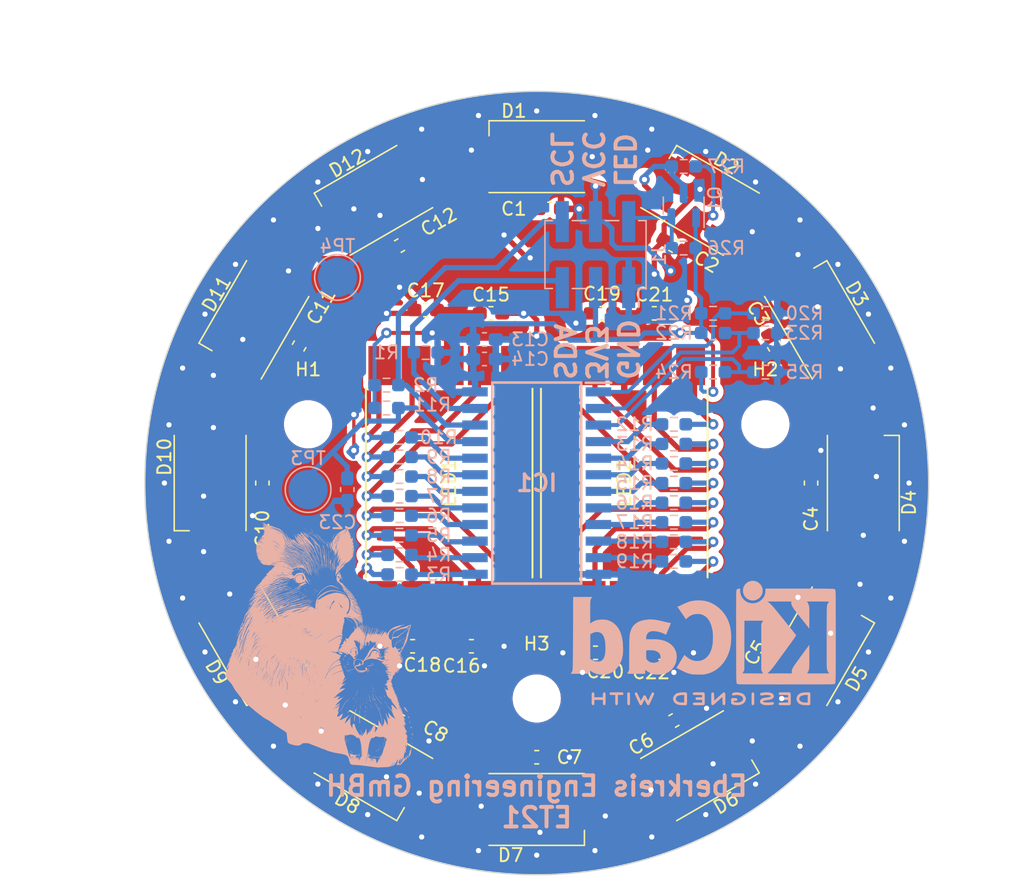
<source format=kicad_pcb>
(kicad_pcb (version 20221018) (generator pcbnew)
  (title_block (title "LED Ring") (date "2024-03-28") (rev "A") (company "Eberkreis Engineering") (comment 1 "Frackstock"))
  (layers (0 "F.Cu" signal) (31 "B.Cu" signal) (34 "B.Paste" user) (35 "F.Paste" user) (36 "B.SilkS" user "B.Silkscreen") (37 "F.SilkS" user "F.Silkscreen") (38 "B.Mask" user) (39 "F.Mask" user) (44 "Edge.Cuts" user))
  (net 0 "")
  (net 1 "GND")
  (net 2 "/LED_DI")
  (net 3 "Net-(D1-DIN)")
  (net 4 "Net-(D2-DOUT)")
  (net 5 "Net-(D3-DOUT)")
  (net 6 "Net-(D4-DOUT)")
  (net 7 "Net-(D5-DOUT)")
  (net 8 "Net-(D6-DOUT)")
  (net 9 "Net-(D7-DOUT)")
  (net 10 "Net-(D8-DOUT)")
  (net 11 "Net-(D10-DIN)")
  (net 12 "Net-(D10-DOUT)")
  (net 13 "Net-(D11-DOUT)")
  (net 15 "/SDA")
  (net 16 "/SCL")
  (net 17 "VCC")
  (net 18 "/A0")
  (net 19 "/A1")
  (net 20 "/A2")
  (net 21 "Net-(IC1-LED0)")
  (net 22 "Net-(IC1-LED1)")
  (net 23 "Net-(IC1-LED2)")
  (net 24 "Net-(IC1-LED3)")
  (net 25 "Net-(IC1-LED4)")
  (net 26 "Net-(IC1-LED5)")
  (net 27 "Net-(IC1-LED6)")
  (net 28 "Net-(IC1-LED7)")
  (net 29 "Net-(IC1-LED8)")
  (net 30 "Net-(IC1-LED9)")
  (net 31 "Net-(IC1-LED10)")
  (net 32 "Net-(IC1-LED11)")
  (net 33 "Net-(IC1-LED12)")
  (net 34 "Net-(IC1-LED13)")
  (net 35 "Net-(IC1-LED14)")
  (net 36 "Net-(IC1-LED15)")
  (net 37 "/RESET")
  (net 38 "/1G")
  (net 39 "/1F")
  (net 40 "/1A")
  (net 41 "/1B")
  (net 42 "/1DP")
  (net 43 "/1C")
  (net 44 "/1D")
  (net 45 "/1E")
  (net 46 "/2G")
  (net 47 "/2F")
  (net 48 "/2A")
  (net 49 "/2B")
  (net 50 "/2DP")
  (net 51 "/2C")
  (net 52 "/2D")
  (net 53 "/2E")
  (net 54 "+3V3")
  (net 55 "/LED_DI_HV")
  (footprint "LED_SMD:LED_SK6812_PLCC4_5.0x5.0mm_P3.2mm" (layer "F.Cu") (at 101.349364 80.5 -120)
    (fp_text reference "D11")
    (fp_text value "SK6812")
  )
  (footprint "Capacitor_SMD:C_0603_1608Metric_Pad1.08x0.95mm_HandSolder" (layer "F.Cu") (at 133.5 111.186533 30)
    (fp_text reference "C6")
    (fp_text value "100n")
  )
  (footprint "LED_SMD:LED_SK6812_PLCC4_5.0x5.0mm_P3.2mm" (layer "F.Cu") (at 98 93 -90)
    (fp_text reference "D10")
    (fp_text value "SK6812")
  )
  (footprint "LED_SMD:LED_SK6812_PLCC4_5.0x5.0mm_P3.2mm" (layer "F.Cu") (at 135.5 71.349364 150)
    (fp_text reference "D2")
    (fp_text value "SK6812")
  )
  (footprint "Capacitor_SMD:C_0603_1608Metric_Pad1.08x0.95mm_HandSolder" (layer "F.Cu") (at 119.5 80)
    (fp_text reference "C15")
    (fp_text value "100n")
  )
  (footprint "Capacitor_SMD:C_0603_1608Metric_Pad1.08x0.95mm_HandSolder" (layer "F.Cu") (at 104.813466 82.5 -120)
    (fp_text reference "C11")
    (fp_text value "100n")
  )
  (footprint "Capacitor_SMD:C_0603_1608Metric_Pad1.08x0.95mm_HandSolder" (layer "F.Cu") (at 127.5 106 180)
    (fp_text reference "C20")
    (fp_text value "100n")
  )
  (footprint "Capacitor_SMD:C_0603_1608Metric_Pad1.08x0.95mm_HandSolder" (layer "F.Cu") (at 132.5 106)
    (fp_text reference "C22")
    (fp_text value "1u")
  )
  (footprint "Capacitor_SMD:C_0603_1608Metric_Pad1.08x0.95mm_HandSolder" (layer "F.Cu") (at 123 114)
    (fp_text reference "C7")
    (fp_text value "100n")
  )
  (footprint "Capacitor_SMD:C_0603_1608Metric_Pad1.08x0.95mm_HandSolder" (layer "F.Cu") (at 133.5 74.813466 150)
    (fp_text reference "C2")
    (fp_text value "100n")
  )
  (footprint "LED_SMD:LED_SK6812_PLCC4_5.0x5.0mm_P3.2mm" (layer "F.Cu") (at 144.650635 80.5 120)
    (fp_text reference "D3")
    (fp_text value "SK6812")
  )
  (footprint "Capacitor_SMD:C_0603_1608Metric_Pad1.08x0.95mm_HandSolder" (layer "F.Cu") (at 113.5 105.5 180)
    (fp_text reference "C18")
    (fp_text value "1u")
  )
  (footprint "MountingHole:MountingHole_3.2mm_M3" (layer "F.Cu") (at 123 109.5)
    (fp_text reference "H3")
    (fp_text value "MountingHole M3")
  )
  (footprint "Capacitor_SMD:C_0603_1608Metric_Pad1.08x0.95mm_HandSolder" (layer "F.Cu") (at 141.186533 103.5 60)
    (fp_text reference "C5")
    (fp_text value "100n")
  )
  (footprint "Capacitor_SMD:C_0603_1608Metric_Pad1.08x0.95mm_HandSolder" (layer "F.Cu") (at 128 80 180)
    (fp_text reference "C19")
    (fp_text value "100n")
  )
  (footprint "Capacitor_SMD:C_0603_1608Metric_Pad1.08x0.95mm_HandSolder" (layer "F.Cu") (at 112.499999 74.813466 -150)
    (fp_text reference "C12")
    (fp_text value "100n")
  )
  (footprint "MountingHole:MountingHole_3.2mm_M3" (layer "F.Cu") (at 105.5 88.5)
    (fp_text reference "H1")
    (fp_text value "MountingHole M3")
  )
  (footprint "Capacitor_SMD:C_0603_1608Metric_Pad1.08x0.95mm_HandSolder" (layer "F.Cu") (at 112.5 111.186533 -30)
    (fp_text reference "C8")
    (fp_text value "100n")
  )
  (footprint "Frack:LDS-SMHTA5604RISIT_LUM" (layer "F.Cu") (at 116.3 93 90)
    (fp_text reference "LED1")
    (fp_text value "LDS-SMHTA5604RISIT")
  )
  (footprint "Capacitor_SMD:C_0603_1608Metric_Pad1.08x0.95mm_HandSolder" (layer "F.Cu") (at 102 93 -90)
    (fp_text reference "C10")
    (fp_text value "100n")
  )
  (footprint "Frack:LDS-SMHTA5604RISIT_LUM" (layer "F.Cu") (at 129.7 93 90)
    (fp_text reference "LED2")
    (fp_text value "LDS-SMHTA5604RISIT" hide)
  )
  (footprint "LED_SMD:LED_SK6812_PLCC4_5.0x5.0mm_P3.2mm" (layer "F.Cu") (at 101.349364 105.5 -60)
    (fp_text reference "D9")
    (fp_text value "SK6812")
  )
  (footprint "LED_SMD:LED_SK6812_PLCC4_5.0x5.0mm_P3.2mm" (layer "F.Cu") (at 144.650635 105.5 60)
    (fp_text reference "D5")
    (fp_text value "SK6812")
  )
  (footprint "LED_SMD:LED_SK6812_PLCC4_5.0x5.0mm_P3.2mm" (layer "F.Cu") (at 123 118)
    (fp_text reference "D7")
    (fp_text value "SK6812")
  )
  (footprint "Capacitor_SMD:C_0603_1608Metric_Pad1.08x0.95mm_HandSolder" (layer "F.Cu") (at 132 80)
    (fp_text reference "C21")
    (fp_text value "1u")
  )
  (footprint "Capacitor_SMD:C_0603_1608Metric_Pad1.08x0.95mm_HandSolder" (layer "F.Cu") (at 141.186533 82.5 120)
    (fp_text reference "C3")
    (fp_text value "100n")
  )
  (footprint "LED_SMD:LED_SK6812_PLCC4_5.0x5.0mm_P3.2mm" (layer "F.Cu") (at 110.5 114.650635 -30)
    (fp_text reference "D8")
    (fp_text value "SK6812")
  )
  (footprint "LED_SMD:LED_SK6812_PLCC4_5.0x5.0mm_P3.2mm" (layer "F.Cu") (at 148 93 90)
    (fp_text reference "D4")
    (fp_text value "SK6812")
  )
  (footprint "Capacitor_SMD:C_0603_1608Metric_Pad1.08x0.95mm_HandSolder" (layer "F.Cu") (at 104.813466 103.5 -60)
    (fp_text reference "C9")
    (fp_text value "100n")
  )
  (footprint "Capacitor_SMD:C_0603_1608Metric_Pad1.08x0.95mm_HandSolder" (layer "F.Cu") (at 144 93 90)
    (fp_text reference "C4")
    (fp_text value "100n")
  )
  (footprint "Capacitor_SMD:C_0603_1608Metric_Pad1.08x0.95mm_HandSolder" (layer "F.Cu") (at 118 105.5)
    (fp_text reference "C16")
    (fp_text value "100n")
  )
  (footprint "MountingHole:MountingHole_3.2mm_M3" (layer "F.Cu") (at 140.5 88.5)
    (fp_text reference "H2")
    (fp_text value "MountingHole M3")
  )
  (footprint "LED_SMD:LED_SK6812_PLCC4_5.0x5.0mm_P3.2mm" (layer "F.Cu") (at 123 68 180)
    (fp_text reference "D1")
    (fp_text value "SK6812")
  )
  (footprint "LED_SMD:LED_SK6812_PLCC4_5.0x5.0mm_P3.2mm" (layer "F.Cu") (at 110.499999 71.349364 -150)
    (fp_text reference "D12")
    (fp_text value "SK6812")
  )
  (footprint "Capacitor_SMD:C_0603_1608Metric_Pad1.08x0.95mm_HandSolder" (layer "F.Cu") (at 124 72 180)
    (fp_text reference "C1")
    (fp_text value "100n")
  )
  (footprint "Capacitor_SMD:C_0603_1608Metric_Pad1.08x0.95mm_HandSolder" (layer "F.Cu") (at 114.5 79.75 180)
    (fp_text reference "C17")
    (fp_text value "1u")
  )
  (footprint "LED_SMD:LED_SK6812_PLCC4_5.0x5.0mm_P3.2mm" (layer "F.Cu") (at 135.5 114.650635 30)
    (fp_text reference "D6")
    (fp_text value "SK6812")
  )
  (footprint "Package_TO_SOT_SMD:SOT-23" (layer "B.Cu") (at 134.25 71.75 90)
    (fp_text reference "Q1")
    (fp_text value "BSS138")
  )
  (footprint "Capacitor_SMD:C_0603_1608Metric_Pad1.08x0.95mm_HandSolder" (layer "B.Cu") (at 108.5 93.5 -90)
    (fp_text reference "C23")
    (fp_text value "100n")
  )
  (footprint "Capacitor_SMD:C_0603_1608Metric_Pad1.08x0.95mm_HandSolder" (layer "B.Cu") (at 119 83.5)
    (fp_text reference "C14")
    (fp_text value "100n")
  )
  (footprint "Resistor_SMD:R_0603_1608Metric_Pad0.98x0.95mm_HandSolder" (layer "B.Cu") (at 133.5 97.5 180)
    (fp_text reference "R18")
    (fp_text value "330")
  )
  (footprint "Resistor_SMD:R_0603_1608Metric_Pad0.98x0.95mm_HandSolder" (layer "B.Cu") (at 112.5 91 180)
    (fp_text reference "R9")
    (fp_text value "330")
  )
  (footprint "Resistor_SMD:R_0603_1608Metric_Pad0.98x0.95mm_HandSolder" (layer "B.Cu") (at 136.5 84.5 180)
    (fp_text reference "R24")
    (fp_text value "0")
  )
  (footprint "Resistor_SMD:R_0603_1608Metric_Pad0.98x0.95mm_HandSolder" (layer "B.Cu") (at 140.5 81.5 180)
    (fp_text reference "R23")
    (fp_text value "0")
  )
  (footprint "Resistor_SMD:R_0603_1608Metric_Pad0.98x0.95mm_HandSolder" (layer "B.Cu") (at 133.5 90 180)
    (fp_text reference "R13")
    (fp_text value "330")
  )
  (footprint "Resistor_SMD:R_0603_1608Metric_Pad0.98x0.95mm_HandSolder" (layer "B.Cu") (at 112.5 100 180)
    (fp_text reference "R3")
    (fp_text value "330")
  )
  (footprint "Resistor_SMD:R_0603_1608Metric_Pad0.98x0.95mm_HandSolder" (layer "B.Cu") (at 111.5 87.25)
    (fp_text reference "R11")
    (fp_text value "10k")
  )
  (footprint "Resistor_SMD:R_0603_1608Metric_Pad0.98x0.95mm_HandSolder" (layer "B.Cu") (at 112.5 94 180)
    (fp_text reference "R7")
    (fp_text value "330")
  )
  (footprint "Resistor_SMD:R_0603_1608Metric_Pad0.98x0.95mm_HandSolder" (layer "B.Cu") (at 111.5 85.5)
    (fp_text reference "R2")
    (fp_text value "4k7")
  )
  (footprint "Resistor_SMD:R_0603_1608Metric_Pad0.98x0.95mm_HandSolder" (layer "B.Cu") (at 112.5 89.5 180)
    (fp_text reference "R10")
    (fp_text value "330")
  )
  (footprint "Frack:SOIC127P1032X265-24N" (layer "B.Cu") (at 123 93 180)
    (fp_text reference "IC1")
    (fp_text value "PCA9552D,118" hide)
  )
  (footprint "Resistor_SMD:R_0603_1608Metric_Pad0.98x0.95mm_HandSolder" (layer "B.Cu") (at 140.5 84.5 180)
    (fp_text reference "R25")
    (fp_text value "0")
  )
  (footprint "Resistor_SMD:R_0603_1608Metric_Pad0.98x0.95mm_HandSolder" (layer "B.Cu") (at 112.5 98.5 180)
    (fp_text reference "R4")
    (fp_text value "330")
  )
  (footprint "Resistor_SMD:R_0603_1608Metric_Pad0.98x0.95mm_HandSolder" (layer "B.Cu") (at 133.5 93 180)
    (fp_text reference "R15")
    (fp_text value "330")
  )
  (footprint "TestPoint:TestPoint_Pad_D3.0mm" (layer "B.Cu") (at 105.5 93.5 180)
    (fp_text reference "TP3")
    (fp_text value "TestPoint")
  )
  (footprint "Resistor_SMD:R_0603_1608Metric_Pad0.98x0.95mm_HandSolder" (layer "B.Cu") (at 134.25 75)
    (fp_text reference "R26")
    (fp_text value "10k")
  )
  (footprint "Resistor_SMD:R_0603_1608Metric_Pad0.98x0.95mm_HandSolder" (layer "B.Cu") (at 133.5 99 180)
    (fp_text reference "R19")
    (fp_text value "330")
  )
  (footprint "Capacitor_SMD:C_0603_1608Metric_Pad1.08x0.95mm_HandSolder" (layer "B.Cu") (at 119 82)
    (fp_text reference "C13")
    (fp_text value "4.7u")
  )
  (footprint "Resistor_SMD:R_0603_1608Metric_Pad0.98x0.95mm_HandSolder" (layer "B.Cu") (at 133.5 96 180)
    (fp_text reference "R17")
    (fp_text value "330")
  )
  (footprint "Resistor_SMD:R_0603_1608Metric_Pad0.98x0.95mm_HandSolder" (layer "B.Cu") (at 114.5 83 180)
    (fp_text reference "R1")
    (fp_text value "4k7")
  )
  (footprint "LOGO" (layer "B.Cu") (at 106.5 105.5 180)
    (fp_text reference "G***" hide)
    (fp_text value "LOGO" hide)
  )
  (footprint "Symbol:KiCad-Logo2_8mm_SilkScreen" (layer "B.Cu") (at 135.759893 104.426424 180)
    (fp_text reference "REF**" hide)
    (fp_text value "KiCad-Logo2_8mm_SilkScreen" hide)
  )
  (footprint "Resistor_SMD:R_0603_1608Metric_Pad0.98x0.95mm_HandSolder" (layer "B.Cu") (at 133.5 91.5 180)
    (fp_text reference "R14")
    (fp_text value "330")
  )
  (footprint "Connector_PinHeader_2.54mm:PinHeader_2x03_P2.54mm_Vertical_SMD" (layer "B.Cu") (at 127.5 75.5 90)
    (fp_text reference "J1")
    (fp_text value "Board2Board")
  )
  (footprint "Resistor_SMD:R_0603_1608Metric_Pad0.98x0.95mm_HandSolder" (layer "B.Cu") (at 136.5 81.5 180)
    (fp_text reference "R22")
    (fp_text value "0")
  )
  (footprint "Resistor_SMD:R_0603_1608Metric_Pad0.98x0.95mm_HandSolder" (layer "B.Cu") (at 133.5 88.5 180)
    (fp_text reference "R12")
    (fp_text value "330")
  )
  (footprint "Resistor_SMD:R_0603_1608Metric_Pad0.98x0.95mm_HandSolder" (layer "B.Cu") (at 112.5 95.5 180)
    (fp_text reference "R6")
    (fp_text value "330")
  )
  (footprint "Resistor_SMD:R_0603_1608Metric_Pad0.98x0.95mm_HandSolder" (layer "B.Cu") (at 133.5 94.5 180)
    (fp_text reference "R16")
    (fp_text value "330")
  )
  (footprint "Resistor_SMD:R_0603_1608Metric_Pad0.98x0.95mm_HandSolder" (layer "B.Cu") (at 112.5 92.5 180)
    (fp_text reference "R8")
    (fp_text value "330")
  )
  (footprint "Resistor_SMD:R_0603_1608Metric_Pad0.98x0.95mm_HandSolder" (layer "B.Cu") (at 134.25 68.75)
    (fp_text reference "R27")
    (fp_text value "10k")
  )
  (footprint "Resistor_SMD:R_0603_1608Metric_Pad0.98x0.95mm_HandSolder" (layer "B.Cu") (at 140.5 80 180)
    (fp_text reference "R20")
    (fp_text value "0")
  )
  (footprint "TestPoint:TestPoint_Pad_D3.0mm" (layer "B.Cu") (at 107.75 77.25 180)
    (fp_text reference "TP4")
    (fp_text value "TestPoint")
  )
  (footprint "Resistor_SMD:R_0603_1608Metric_Pad0.98x0.95mm_HandSolder" (layer "B.Cu") (at 136.5 80 180)
    (fp_text reference "R21")
    (fp_text value "0")
  )
  (footprint "Resistor_SMD:R_0603_1608Metric_Pad0.98x0.95mm_HandSolder" (layer "B.Cu") (at 112.5 97 180)
    (fp_text reference "R5")
    (fp_text value "330")
  )
  (gr_circle (center 123 93) (end 153 93) (stroke (width 0.1)) (fill none) (layer "Edge.Cuts"))
  (gr_text "LED\nVCC\nSCL" (at 124 70.5 270) (layer "B.SilkS") (effects (font (size 1.5 1.5) (thickness 0.3) bold) (justify left bottom mirror)))
  (gr_text "GND\n3V3\nSDA" (at 124.25 85.25 270) (layer "B.SilkS") (effects (font (size 1.5 1.5) (thickness 0.3) bold) (justify left bottom mirror)))
  (gr_text "Eberkreis Engineering GmBH\nET21" (at 123 119.5) (layer "B.SilkS") (effects (font (size 1.5 1.5) (thickness 0.3) bold) (justify bottom mirror)))
  (segment (start 122.5 75.75) (end 122.25 75.75) (width 0.4) (layer "F.Cu") (net 1))
  (segment (start 120.55 66.4) (end 121.9 66.4) (width 0.4) (layer "F.Cu") (net 1))
  (segment (start 133.3625 106) (end 133.3625 107.3625) (width 0.4) (layer "F.Cu") (net 1))
  (segment (start 110.5 73.5) (end 109 72) (width 0.4) (layer "F.Cu") (net 1))
  (segment (start 134 80) (end 132.8625 80) (width 0.4) (layer "F.Cu") (net 1))
  (segment (start 134.5 79) (end 134.5 79.5) (width 0.4) (layer "F.Cu") (net 1))
  (segment (start 141.617783 102.753053) (end 141.617783 102.382217) (width 0.4) (layer "F.Cu") (net 1))
  (segment (start 122.575 70.575) (end 123.1375 71.1375) (width 0.4) (layer "F.Cu") (net 1))
  (segment (start 109 90.5) (end 109 87.75) (width 0.25) (layer "F.Cu") (net 1))
  (segment (start 126.6375 107.3625) (end 126.5 107.5) (width 0.4) (layer "F.Cu") (net 1))
  (segment (start 147.261276 104.178238) (end 147.261276 104.261276) (width 0.4) (layer "F.Cu") (net 1))
  (segment (start 122.5 80) (end 123 80.5) (width 0.4) (layer "F.Cu") (net 1))
  (segment (start 122 80) (end 122.5 80) (width 0.4) (layer "F.Cu") (net 1))
  (segment (start 118.8625 106.8625) (end 119 107) (width 0.4) (layer "F.Cu") (net 1))
  (segment (start 123.1375 71.1375) (end 123.1375 72) (width 0.4) (layer "F.Cu") (net 1))
  (segment (start 144.811276 77.578238) (end 144.811276 77.311276) (width 0.4) (layer "F.Cu") (net 1))
  (segment (start 97.6375 93.8625) (end 97.5 94) (width 0.4) (layer "F.Cu") (net 1))
  (segment (start 113.3875 80) (end 111.5 80) (width 0.4) (layer "F.Cu") (net 1))
  (segment (start 144 92.1375) (end 144 91.25) (width 0.4) (layer "F.Cu") (net 1))
  (segment (start 134.75 110.25) (end 134.246947 110.753053) (width 0.4) (layer "F.Cu") (net 1))
  (segment (start 144 91.25) (end 144.75 90.5) (width 0.4) (layer "F.Cu") (net 1))
  (segment (start 113.246947 111.617783) (end 113.617783 111.617783) (width 0.4) (layer "F.Cu") (net 1))
  (segment (start 102 93.8625) (end 102 94.75) (width 0.4) (layer "F.Cu") (net 1))
  (segment (start 103.135269 82) (end 101 82) (width 0.4) (layer "F.Cu") (net 1))
  (segment (start 120.3625 80) (end 122 80) (width 0.4) (layer "F.Cu") (net 1))
  (segment (start 140.755283 81.753053) (end 142.246947 81.753053) (width 0.4) (layer "F.Cu") (net 1))
  (segment (start 113.6375 79.75) (end 113.3875 80) (width 0.4) (layer "F.Cu") (net 1))
  (segment (start 104.382216 83.246947) (end 103.135269 82) (width 0.4) (layer "F.Cu") (net 1))
  (segment (start 123.8625 114) (end 125.5 114) (width 0.4) (layer "F.Cu") (net 1))
  (segment (start 111.753052 75.244716) (end 111.753052 74.753052) (width 0.4) (layer "F.Cu") (net 1))
  (segment (start 134.5 79.5) (end 134 80) (width 0.4) (layer "F.Cu") (net 1))
  (segment (start 134.178238 68.738723) (end 133.738723 68.738723) (width 0.4) (layer "F.Cu") (net 1))
  (segment (start 113.6375 79.1375) (end 112.5 78) (width 0.4) (layer "F.Cu") (net 1))
  (segment (start 147.261276 104.178238) (end 147.321762 104.178238) (width 0.4) (layer "F.Cu") (net 1))
  (segment (start 148.6375 92.1375) (end 144 92.1375) (width 0.4) (layer "F.Cu") (net 1))
  (segment (start 111 73) (end 111 72.5) (width 0.4) (layer "F.Cu") (net 1))
  (segment (start 112.6375 105.5) (end 112.6375 106.8625) (width 0.4) (layer "F.Cu") (net 1))
  (segment (start 126.75 80) (end 127.1375 80) (width 0.4) (layer "F.Cu") (net 1))
  (segment (start 110.5 73.5) (end 111 73) (width 0.4) (layer "F.Cu") (net 1))
  (segment (start 126.6375 106) (end 125 106) (width 0.4) (layer "F.Cu") (net 1))
  (segment (start 141.617783 102.382217) (end 142.25 101.75) (width 0.4) (layer "F.Cu") (net 1))
  (segment (start 101 82) (end 100.5 82) (width 0.4) (layer "F.Cu") (net 1))
  (segment (start 141.617783 102.753053) (end 143.36473 104.5) (width 0.4) (layer "F.Cu") (net 1))
  (segment (start 123.8625 119.1375) (end 123.8625 114) (width 0.4) (layer "F.Cu") (net 1))
  (segment (start 123 80.5) (end 123 81.75) (width 0.4) (layer "F.Cu") (net 1))
  (segment (start 118.8625 105.5) (end 118.8625 106.8625) (width 0.4) (layer "F.Cu") (net 1))
  (segment (start 112.6375 105.5) (end 111 105.5) (width 0.4) (layer "F.Cu") (net 1))
  (segment (start 102 93.8625) (end 97.6375 93.8625) (width 0.4) (layer "F.Cu") (net 1))
  (segment (start 142.25 101.75) (end 143 101.75) (width 0.4) (layer "F.Cu") (net 1))
  (segment (start 121.9 66.4) (end 122.575 67.075) (width 0.4) (layer "F.Cu") (net 1))
  (segment (start 134.178238 68.738723) (end 134.261277 68.738723) (width 0.4) (layer "F.Cu") (net 1))
  (segment (start 134.246947 110.753053) (end 134.246947 110.755283) (width 0.4) (layer "F.Cu") (net 1))
  (segment (start 113.617783 111.617783) (end 114.75 112.75) (width 0.4) (layer "F.Cu") (net 1))
  (segment (start 113.246947 111.617783) (end 111.5 113.36473) (width 0.4) (layer "F.Cu") (net 1))
  (segment (start 122.25 75.75) (end 120.5 74) (width 0.4) (layer "F.Cu") (net 1))
  (segment (start 111.821762 117.261276) (end 112.261276 117.261276) (width 0.4) (layer "F.Cu") (net 1))
  (segment (start 103.753053 104.246947) (end 101.5 106.5) (width 0.4) (layer "F.Cu") (net 1))
  (segment (start 118.8625 105.5) (end 120.5 105.5) (width 0.4) (layer "F.Cu") (net 1))
  (segment (start 142.246947 81.753053) (end 144.5 79.5) (width 0.4) (layer "F.Cu") (net 1))
  (segment (start 122.575 67.075) (end 122.575 70.575) (width 0.4) (layer "F.Cu") (net 1))
  (segment (start 132.753053 73.246947) (end 135.5 70.5) (width 0.4) (layer "F.Cu") (net 1))
  (segment (start 123.25 119.75) (end 123.8625 119.1375) (width 0.4) (layer "F.Cu") (net 1))
  (segment (start 107.578237 71.188723) (end 107.311277 71.188723) (width 0.4) (layer "F.Cu") (net 1))
  (segment (start 132.753053 74.382216) (end 132.753053 73.246947) (width 0.4) (layer "F.Cu") (net 1))
  (segment (start 126.6375 106) (end 126.6375 107.3625) (width 0.4) (layer "F.Cu") (net 1))
  (segment (start 132 75.135269) (end 132.753053 74.382216) (width 0.4) (layer "F.Cu") (net 1))
  (segment (start 134.246947 112.246947) (end 136.5 114.5) (width 0.4) (layer "F.Cu") (net 1))
  (segment (start 105.244716 104.246947) (end 103.753053 104.246947) (width 0.4) (layer "F.Cu") (net 1))
  (segment (start 111.5 113.36473) (end 111.5 115.5) (width 0.4) (layer "F.Cu") (net 1))
  (segment (start 136 110.25) (end 134.75 110.25) (width 0.4) (layer "F.Cu") (net 1))
  (segment (start 113.6375 79.75) (end 113.6375 79.1375) (width 0.4) (layer "F.Cu") (net 1))
  (segment (start 133.3625 107.3625) (end 133.5 107.5) (width 0.4) (layer "F.Cu") (net 1))
  (segment (start 133.3625 106) (end 135 106) (width 0.4) (layer "F.Cu") (net 1))
  (segment (start 126 80.75) (end 126.75 80) (width 0.4) (layer "F.Cu") (net 1))
  (segment (start 138.421762 114.811276) (end 138.688724 114.811276) (width 0.4) (layer "F.Cu") (net 1))
  (segment (start 149 92.5) (end 148.6375 92.1375) (width 0.4) (layer "F.Cu") (net 1))
  (segment (start 112.6375 106.8625) (end 112.5 107) (width 0.4) (layer "F.Cu") (net 1))
  (segment (start 132 77) (end 132 75.135269) (width 0.4) (layer "F.Cu") (net 1))
  (segment (start 149 92.5) (end 149 92.5) (width 0.4) (layer "F.Cu") (net 1))
  (segment (start 143.36473 104.5) (end 145.5 104.5) (width 0.4) (layer "F.Cu") (net 1))
  (segment (start 134.246947 110.755283) (end 134.246947 112.246947) (width 0.4) (layer "F.Cu") (net 1))
  (segment (start 102 94.75) (end 101.25 95.5) (width 0.4) (layer "F.Cu") (net 1))
  (segment (start 111.753052 74.753052) (end 110.5 73.5) (width 0.4) (layer "F.Cu") (net 1))
  (via (at 114.25 69.75) (size 0.8) (drill 0.4) (layers "F.Cu" "B.Cu") (net 1))
  (via (at 111.5 115.5) (size 0.8) (drill 0.4) (layers "F.Cu" "B.Cu") (net 1))
  (via (at 139.75188 69.943016) (size 0.8) (drill 0.4) (layers "F.Cu" "B.Cu") (net 1))
  (via (at 106.24812 69.943016) (size 0.8) (drill 0.4) (layers "F.Cu" "B.Cu") (net 1))
  (via (at 126.5 107.5) (size 0.8) (drill 0.4) (layers "F.Cu" "B.Cu") (net 1))
  (via (at 122 80) (size 0.8) (drill 0.4) (layers "F.Cu" "B.Cu") (net 1))
  (via (at 111.5 80) (size 0.8) (drill 0.4) (layers "F.Cu" "B.Cu") (net 1))
  (via (at 141.75 109.5) (size 0.8) (drill 0.4) (layers "F.Cu" "B.Cu") (net 1))
  (via (at 131.806984 120.105111) (size 0.8) (drill 0.4) (layers "F.Cu" "B.Cu") (net 1))
  (via (at 104 76.75) (size 0.8) (drill 0.4) (layers "F.Cu" "B.Cu") (net 1))
  (via (at 146.25 84.25) (size 0.8) (drill 0.4) (layers "F.Cu" "B.Cu") (net 1))
  (via (at 139.5 112.75) (size 0.8) (drill 0.4) (layers "F.Cu" "B.Cu") (net 1))
  (via (at 136.5 114.5) (size 0.8) (drill 0.4) (layers "F.Cu" "B.Cu") (net 1))
  (via (at 119 107) (size 0.8) (drill 0.4) (layers "F.Cu" "B.Cu") (net 1))
  (via (at 125.5 114) (size 0.8) (drill 0.4) (layers "F.Cu" "B.Cu") (net 1))
  (via (at 135.938729 118.393686) (size 0.8) (drill 0.4) (layers "F.Cu" "B.Cu") (net 1))
  (via (at 144.5 79.5) (size 0.8) (drill 0.4) (layers "F.Cu" "B.Cu") (net 1))
  (via (at 97.606314 80.061271) (size 0.8) (drill 0.4) (layers "F.Cu" "B.Cu") (net 1))
  (via (at 114.193016 65.894889) (size 0.8) (drill 0.4) (layers "F.Cu" "B.Cu") (net 1))
  (via (at 145.5 104.5) (size 0.8) (drill 0.4) (layers "F.Cu" "B.Cu") (net 1))
  (via (at 147.75 100.75) (size 0.8) (drill 0.4) (layers "F.Cu" "B.Cu") (net 1))
  (via (at 97.5 98.25) (size 0.8) (drill 0.4) (layers "F.Cu" "B.Cu") (net 1))
  (via (at 135.938729 67.606314) (size 0.8) (drill 0.4) (layers "F.Cu" "B.Cu") (net 1))
  (via (at 110.061271 67.606314) (size 0.8) (drill 0.4) (layers "F.Cu" "B.Cu") (net 1))
  (via (at 118 67.5) (size 0.8) (drill 0.4) (layers "F.Cu" "B.Cu") (net 1))
  (via (at 109 87.75) (size 0.8) (drill 0.4) (layers "F.Cu" "B.Cu") (net 1))
  (via (at 126 80.75) (size 0.8) (drill 0.4) (layers "F.Cu" "B.Cu") (net 1))
  (via (at 123 64.5) (size 0.8) (drill 0.4) (layers "F.Cu" "B.Cu") (net 1))
  (via (at 131.5 67.5) (size 0.8) (drill 0.4) (layers "F.Cu" "B.Cu") (net 1))
  (via (at 95.894889 84.193016) (size 0.8) (drill 0.4) (layers "F.Cu" "B.Cu") (net 1))
  (via (at 127.458382 121.149118) (size 0.8) (drill 0.4) (layers "F.Cu" "B.Cu") (net 1))
  (via (at 95.894889 101.806984) (size 0.8) (drill 0.4) (layers "F.Cu" "B.Cu") (net 1))
  (via (at 114 116.75) (size 0.8) (drill 0.4) (layers "F.Cu" "B.Cu") (net 1))
  (via (at 139.75188 116.056984) (size 0.8) (drill 0.4) (layers "F.Cu" "B.Cu") (net 1))
  (via (at 111 72.5) (size 0.8) (drill 0.4) (layers "F.Cu" "B.Cu") (net 1))
  (via (at 109 72) (size 0.8) (drill 0.4) (layers "F.Cu" "B.Cu") (net 1))
  (via (at 151.149118 88.541618) (size 0.8) (drill 0.4) (layers "F.Cu" "B.Cu") (net 1))
  (via (at 131.806984 65.894889) (size 0.8) (drill 0.4) (layers "F.Cu" "B.Cu") (net 1))
  (via (at 125 106) (size 0.8) (drill 0.4) (layers "F.Cu" "B.Cu") (net 1))
  (via (at 110.061271 118.393686) (size 0.8) (drill 0.4) (layers "F.Cu" "B.Cu") (net 1))
  (via (at 150.105111 101.806984) (size 0.8) (drill 0.4) (layers "F.Cu" "B.Cu") (net 1))
  (via (at 135 106) (size 0.8) (drill 0.4) (layers "F.Cu" "B.Cu") (net 1))
  (via (at 127.25 68) (size 0.8) (drill 0.4) (layers "F.Cu" "B.Cu") (net 1))
  (via (at 118.75 117.75) (size 0.8) (drill 0.4) (layers "F.Cu" "B.Cu") (net 1))
  (via (at 112.5 78) (size 0.8) (drill 0.4) (layers "F.Cu" "B.Cu") (net 1))
  (via (at 120.5 105.5) (size 0.8) (drill 0.4) (layers "F.Cu" "B.Cu") (net 1))
  (via (at 148.393686 80.061271) (size 0.8) (drill 0.4) (layers "F.Cu" "B.Cu") (net 1))
  (via (at 101.5 106.5) (size 0.8) (drill 0.4) (layers "F.Cu" "B.Cu") (net 1))
  (via (at 143.152543 72.847457) (size 0.8) (drill 0.4) (layers "F.Cu" "B.Cu") (net 1))
  (via (at 143 75.5) (size 0.8) (drill 0.4) (layers "F.Cu" "B.Cu") (net 1))
  (via (at 106.24812 116.056984) (size 0.8) (drill 0.4) (layers "F.Cu" "B.Cu") (net 1))
  (via (at 106.25 73.5) (size 0.8) (drill 0.4) (layers "F.Cu" "B.Cu") (net 1))
  (via (at 106.5 112) (size 0.8) (drill 0.4) (layers "F.Cu" "B.Cu") (net 1))
  (via (at 101.25 95.5) (size 0.8) (drill 0.4) (layers "F.Cu" "B.Cu") (net 1))
  (via (at 122.5 75.75) (size 0.8) (drill 0.4) (layers "F.Cu" "B.Cu") (net 1))
  (via (at 109 90.5) (size 0.8) (drill 0.4) (layers "F.Cu" "B.Cu") (net 1))
  (via (at 131.75 116.5) (size 0.8) (drill 0.4) (layers "F.Cu" "B.Cu") (net 1))
  (via (at 151.5 93) (size 0.8) (drill 0.4) (layers "F.Cu" "B.Cu") (net 1))
  (via (at 123 81.75) (size 0.8) (drill 0.4) (layers "F.Cu" "B.Cu") (net 1))
  (via (at 114.75 112.75) (size 0.8) (drill 0.4) (layers "F.Cu" "B.Cu") (net 1))
  (via (at 132 77) (size 0.8) (drill 0.4) (layers "F.Cu" "B.Cu") (net 1))
  (via (at 94.850882 97.458382) (size 0.8) (drill 0.4) (layers "F.Cu" "B.Cu") (net 1))
  (via (at 118.541618 121.149118) (size 0.8) (drill 0.4) (layers "F.Cu" "B.Cu") (net 1))
  (via (at 99.943016 109.75188) (size 0.8) (drill 0.4) (layers "F.Cu" "B.Cu") (net 1))
  (via (at 146.056984 76.24812) (size 0.8) (drill 0.4) (layers "F.Cu" "B.Cu") (net 1))
  (via (at 144.75 90.5) (size 0.8) (drill 0.4) (layers "F.Cu" "B.Cu") (net 1))
  (via (at 148.75 87.25) (size 0.8) (drill 0.4) (layers "F.Cu" "B.Cu") (net 1))
  (via (at 139.5 73.75) (size 0.8) (drill 0.4) (layers "F.Cu" "B.Cu") (net 1))
  (via (at 128.25 118.5) (size 0.8) (drill 0.4) (layers "F.Cu" "B.Cu") (net 1))
  (via (at 99.943016 76.24812) (size 0.8) (drill 0.4) (layers "F.Cu" "B.Cu") (net 1))
  (via (at 136 110.25) (size 0.8) (drill 0.4) (layers "F.Cu" "B.Cu") (net 1))
  (via (at 143 101.75) (size 0.8) (drill 0.4) (layers "F.Cu" "B.Cu") (net 1))
  (via (at 118.541618 64.850882) (size 0.8) (drill 0.4) (layers "F.Cu" "B.Cu") (net 1))
  (via (at 148.393686 105.938729) (size 0.8) (drill 0.4) (layers "F.Cu" "B.Cu") (net 1))
  (via (at 149 92.5) (size 0.8) (drill 0.4) (layers "F.Cu" "B.Cu") (net 1))
  (via (at 102.847457 113.152543) (size 0.8) (drill 0.4) (layers "F.Cu" "B.Cu") (net 1))
  (via (at 120.5 74) (size 0.8) (drill 0.4) (layers "F.Cu" "B.Cu") (net 1))
  (via (at 135.5 70.5) (size 0.8) (drill 0.4) (layers "F.Cu" "B.Cu") (net 1))
  (via (at 151.149118 97.458382) (size 0.8) (drill 0.4) (layers "F.Cu" "B.Cu") (net 1))
  (via (at 111 105.5) (size 0.8) (drill 0.4) (layers "F.Cu" "B.Cu") (net 1))
  (via (at 114.193016 120.105111) (size 0.8) (drill 0.4) (layers "F.Cu" "B.Cu") (net 1))
  (via (at 133.5 107.5) (size 0.8) (drill 0.4) (layers "F.Cu" "B.Cu") (net 1))
  (via (at 102.847457 72.847457) (size 0.8) (drill 0.4) (layers "F.Cu" "B.Cu") (net 1))
  (via (at 134.5 79) (size 0.8) (drill 0.4) (layers "F.Cu" "B.Cu") (net 1))
  (via (at 100.5 82) (size 0.8) (drill 0.4) (layers "F.Cu" "B.Cu") (net 1))
  (via (at 103.75 110) (size 0.8) (drill 0.4) (layers "F.Cu" "B.Cu") (net 1))
  (via (at 146.056984 109.75188) (size 0.8) (drill 0.4) (layers "F.Cu" "B.Cu") (net 1))
  (via (at 112.5 107) (size 0.8) (drill 0.4) (layers "F.Cu" "B.Cu") (net 1))
  (via (at 99.5 101.5) (size 0.8) (drill 0.4) (layers "F.Cu" "B.Cu") (net 1))
  (via (at 98.25 88.75) (size 0.8) (drill 0.4) (layers "F.Cu" "B.Cu") (net 1))
  (via (at 123.25 119.75) (size 0.8) (drill 0.4) (layers "F.Cu" "B.Cu") (net 1))
  (via (at 94.850882 88.541618) (size 0.8) (drill 0.4) (layers "F.Cu" "B.Cu") (net 1))
  (via (at 97.5 94) (size 0.8) (drill 0.4) (layers "F.Cu" "B.Cu") (net 1))
  (via (at 97.606314 105.938729) (size 0.8) (drill 0.4) (layers "F.Cu" "B.Cu") (net 1))
  (via (at 94.5 93) (size 0.8) (drill 0.4) (layers "F.Cu" "B.Cu") (net 1))
  (via (at 150.105111 84.193016) (size 0.8) (drill 0.4) (layers "F.Cu" "B.Cu") (net 1))
  (via (at 127.458382 64.850882) (size 0.8) (drill 0.4) (layers "F.Cu" "B.Cu") (net 1))
  (via (at 148 97) (size 0.8) (drill 0.4) (layers "F.Cu" "B.Cu") (net 1))
  (via (at 98.25 84.75) (size 0.8) (drill 0.4) (layers "F.Cu" "B.Cu") (net 1))
  (via (at 143.152543 113.152543) (size 0.8) (drill 0.4) (layers "F.Cu" "B.Cu") (net 1))
  (via (at 123 121.5) (size 0.8) (drill 0.4) (layers "F.Cu" "B.Cu") (net 1))
  (segment (start 130.975 78.025) (end 133.525 78.025) (width 0.4) (layer "B.Cu") (net 1))
  (segment (start 133.525 78.025) (end 134.5 79) (width 0.4) (layer "B.Cu") (net 1))
  (segment (start 130.04 78.025) (end 130.04 77.54) (width 0.4) (layer "B.Cu") (net 1))
  (segment (start 126 80.15) (end 125.86 80.01) (width 0.4) (layer "B.Cu") (net 1))
  (segment (start 126 80.75) (end 126 80.15) (width 0.4) (layer "B.Cu") (net 1))
  (segment (start 122 80) (end 125.85 80) (width 0.4) (layer "B.Cu") (net 1))
  (segment (start 132 78.025) (end 132 77) (width 0.4) (layer "B.Cu") (net 1))
  (segment (start 130.975 78.025) (end 132 78.025) (width 0.4) (layer "B.Cu") (net 1))
  (segment (start 130.04 78.025) (end 130.975 78.025) (width 0.4) (layer "B.Cu") (net 1))
  (segment (start 130.3275 72.6875) (end 130.04 72.975) (width 0.3) (layer "B.Cu") (net 2))
  (segment (start 130 72.935) (end 130.04 72.975) (width 0.4) (layer "B.Cu") (net 2))
  (segment (start 133.3375 75) (end 133.3375 72.725) (width 0.3) (layer "B.Cu") (net 2))
  (segment (start 133.3 72.6875) (end 130.3275 72.6875) (width 0.3) (layer "B.Cu") (net 2))
  (segment (start 133.3375 72.725) (end 133.3 72.6875) (width 0.3) (layer "B.Cu") (net 2))
  (segment (start 117.238723 68.738723) (end 118.1 69.6) (width 0.4) (layer "F.Cu") (net 3))
  (segment (start 118.1 69.6) (end 120.55 69.6) (width 0.4) (layer "F.Cu") (net 3))
  (segment (start 111.821761 68.738723) (end 117.238723 68.738723) (width 0.4) (layer "F.Cu") (net 3))
  (segment (start 141.5 78.638244) (end 142.039994 79.178238) (width 0.4) (layer "F.Cu") (net 4))
  (segment (start 138.421762 71.188723) (end 141.5 74.266961) (width 0.4) (layer "F.Cu") (net 4))
  (segment (start 141.5 74.266961) (end 141.5 78.638244) (width 0.4) (layer "F.Cu") (net 4))
  (segment (start 147.261276 88.238724) (end 146.4 89.1) (width 0.4) (layer "F.Cu") (net 5))
  (segment (start 147.261276 81.821762) (end 147.261276 88.238724) (width 0.4) (layer "F.Cu") (net 5))
  (segment (start 146.4 89.1) (end 146.4 90.55) (width 0.4) (layer "F.Cu") (net 5))
  (segment (start 149.6 95.45) (end 149.6 97.468232) (width 0.4) (layer "F.Cu") (net 6))
  (segment (start 149.6 97.468232) (end 144.489994 102.578238) (width 0.4) (layer "F.Cu") (net 6))
  (segment (start 141.733038 111.5) (end 137.361756 111.5) (width 0.4) (layer "F.Cu") (net 7))
  (segment (start 144.811276 108.421762) (end 141.733038 111.5) (width 0.4) (layer "F.Cu") (net 7))
  (segment (start 137.361756 111.5) (end 136.821762 112.039994) (width 0.4) (layer "F.Cu") (net 7))
  (segment (start 126.9 116.4) (end 125.45 116.4) (width 0.4) (layer "F.Cu") (net 8))
  (segment (start 128 117.5) (end 126.9 116.4) (width 0.4) (layer "F.Cu") (net 8))
  (segment (start 133.939514 117.5) (end 128 117.5) (width 0.4) (layer "F.Cu") (net 8))
  (segment (start 134.178238 117.261276) (end 133.939514 117.5) (width 0.4) (layer "F.Cu") (net 8))
  (segment (start 120.55 119.6) (end 118.531768 119.6) (width 0.4) (layer "F.Cu") (net 9))
  (segment (start 118.531768 119.6) (end 113.421762 114.489994) (width 0.4) (layer "F.Cu") (net 9))
  (segment (start 105 112.233038) (end 105 107.861757) (width 0.4) (layer "F.Cu") (net 10))
  (segment (start 105 107.861757) (end 103.960005 106.821762) (width 0.4) (layer "F.Cu") (net 10))
  (segment (start 107.578238 114.811276) (end 105 112.233038) (width 0.4) (layer "F.Cu") (net 10))
  (segment (start 99.6 97.4) (end 99.6 95.45) (width 0.4) (layer "F.Cu") (net 11))
  (segment (start 98.5 98.5) (end 99.6 97.4) (width 0.4) (layer "F.Cu") (net 11))
  (segment (start 98.738723 104.178238) (end 98.5 103.939515) (width 0.4) (layer "F.Cu") (net 11))
  (segment (start 98.5 103.939515) (end 98.5 98.5) (width 0.4) (layer "F.Cu") (net 11))
  (segment (start 96.4 88.531767) (end 101.510005 83.421762) (width 0.4) (layer "F.Cu") (net 12))
  (segment (start 96.4 90.55) (end 96.4 88.531767) (width 0.4) (layer "F.Cu") (net 12))
  (segment (start 101.188723 77.578238) (end 103.766961 75) (width 0.4) (layer "F.Cu") (net 13))
  (segment (start 108.138242 75) (end 109.178237 73.960005) (width 0.4) (layer "F.Cu") (net 13))
  (segment (start 103.766961 75) (end 108.138242 75) (width 0.4) (layer "F.Cu") (net 13))
  (segment (start 116.285 87.285) (end 118.275 87.285) (width 0.4) (layer "B.Cu") (net 15))
  (segment (start 113.5875 84.5875) (end 116.285 87.285) (width 0.4) (layer "B.Cu") (net 15))
  (segment (start 113.5875 83) (end 113.5 82.9125) (width 0.4) (layer "B.Cu") (net 15))
  (segment (start 124.435 77.5) (end 124.96 78.025) (width 0.4) (layer "B.Cu") (net 15))
  (segment (start 113.5875 83) (end 113.5875 84.5875) (width 0.4) (layer "B.Cu") (net 15))
  (segment (start 113.5 82.9125) (end 113.5 81) (width 0.4) (layer "B.Cu") (net 15))
  (segment (start 113.5 81) (end 117 77.5) (width 0.4) (layer "B.Cu") (net 15))
  (segment (start 117 77.5) (end 124.435 77.5) (width 0.4) (layer "B.Cu") (net 15))
  (segment (start 113 85.5) (end 112.4125 85.5) (width 0.4) (layer "B.Cu") (net 16))
  (segment (start 112.4125 85.5) (end 112.4125 80.0875) (width 0.4) (layer "B.Cu") (net 16))
  (segment (start 116.055 88.555) (end 113 85.5) (width 0.4) (layer "B.Cu") (net 16))
  (segment (start 123.525 72.975) (end 124.96 72.975) (width 0.4) (layer "B.Cu") (net 16))
  (segment (start 116 76.5) (end 120 76.5) (width 0.4) (layer "B.Cu") (net 16))
  (segment (start 112.4125 80.0875) (end 116 76.5) (width 0.4) (layer "B.Cu") (net 16))
  (segment (start 120 76.5) (end 123.525 72.975) (width 0.4) (layer "B.Cu") (net 16))
  (segment (start 118.275 88.555) (end 116.055 88.555) (width 0.4) (layer "B.Cu") (net 16))
  (segment (start 116.3 84) (end 116.3 81.7) (width 0.8) (layer "F.Cu") (net 17))
  (segment (start 129.7 104.3) (end 129.5 104.5) (width 0.8) (layer "F.Cu") (net 17))
  (segment (start 115.3625 80.3625) (end 116.5 81.5) (width 0.4) (layer "F.Cu") (net 17))
  (segment (start 115.3625 79.75) (end 115.3625 80.3625) (width 0.4) (layer "F.Cu") (net 17))
  (segment (start 116.3 104.2) (end 116 104.5) (width 0.8) (layer "F.Cu") (net 17))
  (segment (start 116.3 102) (end 116.3 104.2) (width 0.8) (layer "F.Cu") (net 17))
  (segment (start 129.7 102) (end 129.7 104.3) (width 0.8) (layer "F.Cu") (net 17))
  (segment (start 129.7 84) (end 129.7 81.7) (width 0.8) (layer "F.Cu") (net 17))
  (segment (start 116.3 81.7) (end 116.5 81.5) (width 0.8) (layer "F.Cu") (net 17))
  (via (at 126.25 72) (size 0.8) (drill 0.4) (layers "F.Cu" "B.Cu") (net 17))
  (via (at 136.5 72.5) (size 0.8) (drill 0.4) (layers "F.Cu" "B.Cu") (net 17))
  (via (at 133.25 76.75) (size 0.8) (drill 0.4) (layers "F.Cu" "B.Cu") (net 17))
  (via (at 127.5 70.25) (size 0.8) (drill 0.4) (layers "F.Cu" "B.Cu") (net 17))
  (segment (start 126.475 72.975) (end 126.25 72.75) (width 0.4) (layer "B.Cu") (net 17))
  (segment (start 133.25 76.75) (end 131.5 75) (width 0.4) (layer "B.Cu") (net 17))
  (segment (start 126.25 72.75) (end 126.25 72) (width 0.4) (layer "B.Cu") (net 17))
  (segment (start 136 68.75) (end 136.25 69) (width 0.3) (layer "B.Cu") (net 17))
  (segment (start 136.5 69.25) (end 136.5 72.5) (width 0.3) (layer "B.Cu") (net 17))
  (segment (start 128.225 72.975) (end 127.5 72.975) (width 0.4) (layer "B.Cu") (net 17))
  (segment (start 128.75 73.5) (end 128.225 72.975) (width 0.4) (layer "B.Cu") (net 17))
  (segment (start 127.5 72.975) (end 126.475 72.975) (width 0.4) (layer "B.Cu") (net 17))
  (segment (start 131.5 75) (end 129.125 75) (width 0.4) (layer "B.Cu") (net 17))
  (segment (start 129.125 75) (end 128.75 74.625) (width 0.4) (layer "B.Cu") (net 17))
  (segment (start 136.25 69) (end 136.5 69.25) (width 0.3) (layer "B.Cu") (net 17))
  (segment (start 135.1625 68.75) (end 136 68.75) (width 0.3) (layer "B.Cu") (net 17))
  (segment (start 127.5 72.975) (end 127.5 70.25) (width 0.4) (layer "B.Cu") (net 17))
  (segment (start 128.75 74.625) (end 128.75 73.5) (width 0.4) (layer "B.Cu") (net 17))
  (segment (start 137.4125 80) (end 137 80) (width 0.3) (layer "B.Cu") (net 18))
  (segment (start 136 82.5) (end 133.5 82.5) (width 0.3) (layer "B.Cu") (net 18))
  (segment (start 136.5 80.5) (end 136.5 82) (width 0.3) (layer "B.Cu") (net 18))
  (segment (start 136.5 82) (end 136 82.5) (width 0.3) (layer "B.Cu") (net 18))
  (segment (start 139.5875 80) (end 138.5 80) (width 0.3) (layer "B.Cu") (net 18))
  (segment (start 129.985 86.015) (end 127.725 86.015) (width 0.3) (layer "B.Cu") (net 18))
  (segment (start 133.5 82.5) (end 129.985 86.015) (width 0.3) (layer "B.Cu") (net 18))
  (segment (start 137 80) (end 136.5 80.5) (width 0.3) (layer "B.Cu") (net 18))
  (segment (start 138.5 80) (end 137.4125 80) (width 0.3) (layer "B.Cu") (net 18))
  (segment (start 138.5 82) (end 138.5 82.5) (width 0.3) (layer "B.Cu") (net 19))
  (segment (start 134 83) (end 129.715 87.285) (width 0.3) (layer "B.Cu") (net 19))
  (segment (start 138.5 82) (end 138.5 81.5) (width 0.3) (layer "B.Cu") (net 19))
  (segment (start 129.715 87.285) (end 127.725 87.285) (width 0.3) (layer "B.Cu") (net 19))
  (segment (start 138.5 82.5) (end 138 83) (width 0.3) (layer "B.Cu") (net 19))
  (segment (start 139.5875 81.5) (end 138.5 81.5) (width 0.3) (layer "B.Cu") (net 19))
  (segment (start 138 83) (end 134 83) (width 0.3) (layer "B.Cu") (net 19))
  (segment (start 138.5 81.5) (end 137.4125 81.5) (width 0.3) (layer "B.Cu") (net 19))
  (segment (start 138 83.5) (end 134.25 83.5) (width 0.3) (layer "B.Cu") (net 20))
  (segment (start 139.5875 84.5) (end 138.5 84.5) (width 0.3) (layer "B.Cu") (net 20))
  (segment (start 138.5 84.5) (end 138.5 84) (width 0.3) (layer "B.Cu") (net 20))
  (segment (start 129.195 88.555) (end 127.725 88.555) (width 0.3) (layer "B.Cu") (net 20))
  (segment (start 138.5 84.5) (end 137.4125 84.5) (width 0.3) (layer "B.Cu") (net 20))
  (segment (start 134.25 83.5) (end 129.195 88.555) (width 0.3) (layer "B.Cu") (net 20))
  (segment (start 138.5 84) (end 138 83.5) (width 0.3) (layer "B.Cu") (net 20))
  (segment (start 131.29375 88.5) (end 132.5875 88.5) (width 0.4) (layer "B.Cu") (net 21))
  (segment (start 127.725 89.825) (end 129.96875 89.825) (width 0.4) (layer "B.Cu") (net 21))
  (segment (start 129.96875 89.825) (end 131.29375 88.5) (width 0.4) (layer "B.Cu") (net 21))
  (segment (start 131 90) (end 129.905 91.095) (width 0.4) (layer "B.Cu") (net 22))
  (segment (start 129.905 91.095) (end 127.725 91.095) (width 0.4) (layer "B.Cu") (net 22))
  (segment (start 132.5875 90) (end 131 90) (width 0.4) (layer "B.Cu") (net 22))
  (segment (start 130.135 92.365) (end 131 91.5) (width 0.4) (layer "B.Cu") (net 23))
  (segment (start 131 91.5) (end 132.5875 91.5) (width 0.4) (layer "B.Cu") (net 23))
  (segment (start 127.725 92.365) (end 130.135 92.365) (width 0.4) (layer "B.Cu") (net 23))
  (segment (start 131 93) (end 130.365 93.635) (width 0.4) (layer "B.Cu") (net 24))
  (segment (start 130.365 93.635) (end 127.725 93.635) (width 0.4) (layer "B.Cu") (net 24))
  (segment (start 132.5875 93) (end 131 93) (width 0.4) (layer "B.Cu") (net 24))
  (segment (start 132.5875 94.5) (end 131 94.5) (width 0.4) (layer "B.Cu") (net 25))
  (segment (start 127.725 94.905) (end 130.595 94.905) (width 0.4) (layer "B.Cu") (net 25))
  (segment (start 130.595 94.905) (end 131 94.5) (width 0.4) (layer "B.Cu") (net 25))
  (segment (start 130.675 96) (end 132.5875 96) (width 0.4) (layer "B.Cu") (net 26))
  (segment (start 127.725 96.175) (end 130.5 96.175) (width 0.4) (layer "B.Cu") (net 26))
  (segment (start 130.5 96.175) (end 130.675 96) (width 0.4) (layer "B.Cu") (net 26))
  (segment (start 132.5325 97.445) (end 132.5875 97.5) (width 0.4) (layer "B.Cu") (net 27))
  (segment (start 127.725 97.445) (end 132.5325 97.445) (width 0.4) (layer "B.Cu") (net 27))
  (segment (start 127.725 98.715) (end 130.215 98.715) (width 0.4) (layer "B.Cu") (net 28))
  (segment (start 132.5875 99) (end 130.5 99) (width 0.4) (layer "B.Cu") (net 28))
  (segment (start 130.215 98.715) (end 130.5 99) (width 0.4) (layer "B.Cu") (net 28))
  (segment (start 113.4125 100) (end 118.26 100) (width 0.4) (layer "B.Cu") (net 29))
  (segment (start 118.26 100) (end 118.275 99.985) (width 0.4) (layer "B.Cu") (net 29))
  (segment (start 118.275 98.715) (end 113.6275 98.715) (width 0.4) (layer "B.Cu") (net 30))
  (segment (start 113.6275 98.715) (end 113.4125 98.5) (width 0.4) (layer "B.Cu") (net 30))
  (segment (start 115.5 97) (end 116 97.5) (width 0.4) (layer "B.Cu") (net 31))
  (segment (start 116 97.5) (end 118.22 97.5) (width 0.4) (layer "B.Cu") (net 31))
  (segment (start 118.22 97.5) (end 118.275 97.445) (width 0.4) (layer "B.Cu") (net 31))
  (segment (start 113.4125 97) (end 115.5 97) (width 0.4) (layer "B.Cu") (net 31))
  (segment (start 114.068972 95.505) (end 114.063972 95.5) (width 0.4) (layer "B.Cu") (net 32))
  (segment (start 116.175 96.175) (end 115.505 95.505) (width 0.4) (layer "B.Cu") (net 32))
  (segment (start 115.505 95.505) (end 114.068972 95.505) (width 0.4) (layer "B.Cu") (net 32))
  (segment (start 114.063972 95.5) (end 113.4125 95.5) (width 0.4) (layer "B.Cu") (net 32))
  (segment (start 118.275 96.175) (end 116.175 96.175) (width 0.4) (layer "B.Cu") (net 32))
  (segment (start 113.4125 94) (end 115 94) (width 0.4) (layer "B.Cu") (net 33))
  (segment (start 115 94) (end 115.905 94.905) (width 0.4) (layer "B.Cu") (net 33))
  (segment (start 115.905 94.905) (end 118.275 94.905) (width 0.4) (layer "B.Cu") (net 33))
  (segment (start 114.5 92.5) (end 113.4125 92.5) (width 0.4) (layer "B.Cu") (net 34))
  (segment (start 115.635 93.635) (end 114.5 92.5) (width 0.4) (layer "B.Cu") (net 34))
  (segment (start 118.275 93.635) (end 115.635 93.635) (width 0.4) (layer "B.Cu") (net 34))
  (segment (start 113.4125 91) (end 114.5 91) (width 0.4) (layer "B.Cu") (net 35))
  (segment (start 114.5 91) (end 115.865 92.365) (width 0.4) (layer "B.Cu") (net 35))
  (segment (start 115.865 92.365) (end 118.275 92.365) (width 0.4) (layer "B.Cu") (net 35))
  (segment (start 114.5 89.5) (end 116.095 91.095) (width 0.4) (layer "B.Cu") (net 36))
  (segment (start 116.095 91.095) (end 118.275 91.095) (width 0.4) (layer "B.Cu") (net 36))
  (segment (start 113.4125 89.5) (end 114.5 89.5) (width 0.4) (layer "B.Cu") (net 36))
  (segment (start 112.4125 87.25) (end 113.75 87.25) (width 0.4) (layer "B.Cu") (net 37))
  (segment (start 112.4125 87.25) (end 112.4125 88.0875) (width 0.4) (layer "B.Cu") (net 37))
  (segment (start 108.5 91.75) (end 108.5 92.6375) (width 0.4) (layer "B.Cu") (net 37))
  (segment (start 105.5 92.5) (end 105.5 93.5) (width 0.4) (layer "B.Cu") (net 37))
  (segment (start 109.75 88.25) (end 107.375 90.625) (width 0.4) (layer "B.Cu") (net 37))
  (segment (start 112.4125 88.0875) (end 112.25 88.25) (width 0.4) (layer "B.Cu") (net 37))
  (segment (start 113.75 87.25) (end 116.325 89.825) (width 0.4) (layer "B.Cu") (net 37))
  (segment (start 107.375 90.625) (end 108.5 91.75) (width 0.4) (layer "B.Cu") (net 37))
  (segment (start 107.375 90.625) (end 105.5 92.5) (width 0.4) (layer "B.Cu") (net 37))
  (segment (start 112.25 88.25) (end 109.75 88.25) (width 0.4) (layer "B.Cu") (net 37))
  (segment (start 116.325 89.825) (end 118.275 89.825) (width 0.4) (layer "B.Cu") (net 37))
  (segment (start 110.92 88.58) (end 110 89.5) (width 0.4) (layer "F.Cu") (net 38))
  (segment (start 110.92 84) (end 110.92 88.58) (width 0.4) (layer "F.Cu") (net 38))
  (via (at 110 89.5) (size 0.8) (drill 0.4) (layers "F.Cu" "B.Cu") (net 38))
  (segment (start 110 89.5) (end 111.5875 89.5) (width 0.4) (layer "B.Cu") (net 38))
  (segment (start 110 91) (end 113.46 87.54) (width 0.4) (layer "F.Cu") (net 39))
  (segment (start 113.46 87.54) (end 113.46 84) (width 0.4) (layer "F.Cu") (net 39))
  (via (at 110 91) (size 0.8) (drill 0.4) (layers "F.Cu" "B.Cu") (net 39))
  (segment (start 111.5875 91) (end 110 91) (width 0.4) (layer "B.Cu") (net 39))
  (segment (start 110 92.5) (end 113.5 89) (width 0.4) (layer "F.Cu") (net 40))
  (segment (start 113.5 89) (end 115.5 89) (width 0.4) (layer "F.Cu") (net 40))
  (segment (start 115.5 89) (end 118.54 85.96) (width 0.4) (layer "F.Cu") (net 40))
  (segment (start 118.54 85.96) (end 118.54 84) (width 0.4) (layer "F.Cu") (net 40))
  (via (at 110 92.5) (size 0.8) (drill 0.4) (layers "F.Cu" "B.Cu") (net 40))
  (segment (start 111.5875 92.5) (end 110 92.5) (width 0.4) (layer "B.Cu") (net 40))
  (segment (start 116.5 90) (end 114 90) (width 0.4) (layer "F.Cu") (net 41))
  (segment (start 121.08 85.42) (end 116.5 90) (width 0.4) (layer "F.Cu") (net 41))
  (segment (start 121.08 84) (end 121.08 85.42) (width 0.4) (layer "F.Cu") (net 41))
  (segment (start 114 90) (end 110 94) (width 0.4) (layer "F.Cu") (net 41))
  (via (at 110 94) (size 0.8) (drill 0.4) (layers "F.Cu" "B.Cu") (net 41))
  (segment (start 110 94) (end 111.5875 94) (width 0.4) (layer "B.Cu") (net 41))
  (segment (start 115.9786 95) (end 121.08 100.1014) (width 0.4) (layer "F.Cu") (net 42))
  (segment (start 110 95.5) (end 110.5 95) (width 0.4) (layer "F.Cu") (net 42))
  (segment (start 121.08 100.1014) (end 121.08 102) (width 0.4) (layer "F.Cu") (net 42))
  (segment (start 110.5 95) (end 115.9786 95) (width 0.4) (layer "F.Cu") (net 42))
  (via (at 110 95.5) (size 0.8) (drill 0.4) (layers "F.Cu" "B.Cu") (net 42))
  (segment (start 110 95.5) (end 111.5875 95.5) (width 0.4) (layer "B.Cu") (net 42))
  (segment (start 110 97) (end 110.5 96.5) (width 0.4) (layer "F.Cu") (net 43))
  (segment (start 114.9386 96.5) (end 118.54 100.1014) (width 0.4) (layer "F.Cu") (net 43))
  (segment (start 118.54 100.1014) (end 118.54 102) (width 0.4) (layer "F.Cu") (net 43))
  (segment (start 110.5 96.5) (end 114.9386 96.5) (width 0.4) (layer "F.Cu") (net 43))
  (via (at 110 97) (size 0.8) (drill 0.4) (layers "F.Cu" "B.Cu") (net 43))
  (segment (start 110 97) (end 111.5875 97) (width 0.4) (layer "B.Cu") (net 43))
  (segment (start 112 98) (end 113.46 99.46) (width 0.4) (layer "F.Cu") (net 44))
  (segment (start 110.5 98) (end 112 98) (width 0.4) (layer "F.Cu") (net 44))
  (segment (start 113.46 99.46) (end 113.46 102) (width 0.4) (layer "F.Cu") (net 44))
  (segment (start 110 98.5) (end 110.5 98) (width 0.4) (layer "F.Cu") (net 44))
  (via (at 110 98.5) (size 0.8) (drill 0.4) (layers "F.Cu" "B.Cu") (net 44))
  (segment (start 110 98.5) (end 111.5875 98.5) (width 0.4) (layer "B.Cu") (net 44))
  (segment (start 109.5 101.5) (end 110 102) (width 0.4) (layer "F.Cu") (net 45))
  (segment (start 110 99.5) (end 109.5 100) (width 0.4) (layer "F.Cu") (net 45))
  (segment (start 110 102) (end 110.92 102) (width 0.4) (layer "F.Cu") (net 45))
  (segment (start 109.5 100) (end 109.5 101.5) (width 0.4) (layer "F.Cu") (net 45))
  (via (at 110 99.5) (size 0.8) (drill 0.4) (layers "F.Cu" "B.Cu") (net 45))
  (segment (start 110 99.5) (end 110.5 100) (width 0.4) (layer "B.Cu") (net 45))
  (segment (start 110.5 100) (end 111.5875 100) (width 0.4) (layer "B.Cu") (net 45))
  (segment (start 124.92 84) (end 124.92 85.8986) (width 0.4) (layer "F.Cu") (net 46))
  (segment (start 132.5214 93.5) (end 136 93.5) (width 0.4) (layer "F.Cu") (net 46))
  (segment (start 124.92 85.8986) (end 132.5214 93.5) (width 0.4) (layer "F.Cu") (net 46))
  (segment (start 136 93.5) (end 136.5 93) (width 0.4) (layer "F.Cu") (net 46))
  (via (at 136.5 93) (size 0.8) (drill 0.4) (layers "F.Cu" "B.Cu") (net 46))
  (segment (start 136.5 93) (end 134.4125 93) (width 0.4) (layer "B.Cu") (net 46))
  (segment (start 133.5614 92) (end 127.46 85.8986) (width 0.4) (layer "F.Cu") (net 47))
  (segment (start 136 92) (end 133.5614 92) (width 0.4) (layer "F.Cu") (net 47))
  (segment (start 136.5 91.5) (end 136 92) (width 0.4) (layer "F.Cu") (net 47))
  (segment (start 127.46 85.8986) (end 127.46 84) (width 0.4) (layer "F.Cu") (net 47))
  (via (at 136.5 91.5) (size 0.8) (drill 0.4) (layers "F.Cu" "B.Cu") (net 47))
  (segment (start 134.4125 91.5) (end 136.5 91.5) (width 0.4) (layer "B.Cu") (net 47))
  (segment (start 136.5 90) (end 136.1 90.4) (width 0.4) (layer "F.Cu") (net 48))
  (segment (start 132 84.54) (end 132.54 84) (width 0.4) (layer "F.Cu") (net 48))
  (segment (start 132 88.5) (end 132 84.54) (width 0.4) (layer "F.Cu") (net 48))
  (segment (start 133.9 90.4) (end 132 88.5) (width 0.4) (layer "F.Cu") (net 48))
  (segment (start 136.1 90.4) (end 133.9 90.4) (width 0.4) (layer "F.Cu") (net 48))
  (via (at 136.5 90) (size 0.8) (drill 0.4) (layers "F.Cu" "B.Cu") (net 48))
  (segment (start 134.4125 90) (end 136.5 90) (width 0.4) (layer "B.Cu") (net 48))
  (segment (start 136.5 88.5) (end 135.08 87.08) (width 0.4) (layer "F.Cu") (net 49))
  (segment (start 135.08 87.08) (end 135.08 84) (width 0.4) (layer "F.Cu") (net 49))
  (via (at 136.5 88.5) (size 0.8) (drill 0.4) (layers "F.Cu" "B.Cu") (net 49))
  (segment (start 134.4125 88.5) (end 136.5 88.5) (width 0.4) (layer "B.Cu") (net 49))
  (segment (start 135.08 100.42) (end 136.5 99) (width 0.4) (layer "F.Cu") (net 50))
  (segment (start 135.08 102) (end 135.08 100.42) (width 0.4) (layer "F.Cu") (net 50))
  (via (at 136.5 99) (size 0.8) (drill 0.4) (layers "F.Cu" "B.Cu") (net 50))
  (segment (start 136.5 99) (end 134.4125 99) (width 0.4) (layer "B.Cu") (net 50))
  (segment (start 132.54 99.96) (end 134.5 98) (width 0.4) (layer "F.Cu") (net 51))
  (segment (start 134.5 98) (end 136 98) (width 0.4) (layer "F.Cu") (net 51))
  (segment (start 136 98) (end 136.5 97.5) (width 0.4) (layer "F.Cu") (net 51))
  (segment (start 132.54 102) (end 132.54 99.96) (width 0.4) (layer "F.Cu") (net 51))
  (via (at 136.5 97.5) (size 0.8) (drill 0.4) (layers "F.Cu" "B.Cu") (net 51))
  (segment (start 136.5 97.5) (end 134.4125 97.5) (width 0.4) (layer "B.Cu") (net 51))
  (segment (start 127.46 98.04) (end 129 96.5) (width 0.4) (layer "F.Cu") (net 52))
  (segment (start 136 96.5) (end 136.5 96) (width 0.4) (layer "F.Cu") (net 52))
  (segment (start 129 96.5) (end 136 96.5) (width 0.4) (layer "F.Cu") (net 52))
  (segment (start 127.46 102) (end 127.46 98.04) (width 0.4) (layer "F.Cu") (net 52))
  (via (at 136.5 96) (size 0.8) (drill 0.4) (layers "F.Cu" "B.Cu") (net 52))
  (segment (start 134.4125 96) (end 136.5 96) (width 0.4) (layer "B.Cu") (net 52))
  (segment (start 124.92 98.08) (end 128 95) (width 0.4) (layer "F.Cu") (net 53))
  (segment (start 124.92 102) (end 124.92 98.08) (width 0.4) (layer "F.Cu") (net 53))
  (segment (start 128 95) (end 136 95) (width 0.4) (layer "F.Cu") (net 53))
  (segment (start 136 95) (end 136.5 94.5) (width 0.4) (layer "F.Cu") (net 53))
  (via (at 136.5 94.5) (size 0.8) (drill 0.4) (layers "F.Cu" "B.Cu") (net 53))
  (segment (start 136.5 94.5) (end 134.4125 94.5) (width 0.4) (layer "B.Cu") (net 53))
  (segment (start 136.5 86) (end 136.5 82.5) (width 0.3) (layer "F.Cu") (net 54))
  (segment (start 111.5 81.5) (end 115 81.5) (width 0.3) (layer "F.Cu") (net 54))
  (segment (start 136.5 82.5) (end 135.5 81.5) (width 0.3) (layer "F.Cu") (net 54))
  (segment (start 135.5 81.5) (end 134 81.5) (width 0.3) (layer "F.Cu") (net 54))
  (via (at 115 81.5) (size 0.8) (drill 0.4) (layers "F.Cu" "B.Cu") (net 54))
  (via (at 134 81.5) (size 0.8) (drill 0.4) (layers "F.Cu" "B.Cu") (net 54))
  (via (at 111.5 81.5) (size 0.8) (drill 0.4) (layers "F.Cu" "B.Cu") (net 54))
  (via (at 136.5 86) (size 0.8) (drill 0.4) (layers "F.Cu" "B.Cu") (net 54))
  (segment (start 135.1625 72.725) (end 135.2 72.6875) (width 0.3) (layer "B.Cu") (net 54))
  (segment (start 131.25 81.5) (end 134 81.5) (width 0.4) (layer "B.Cu") (net 54))
  (segment (start 135.5875 85.8375) (end 135.5875 84.5) (width 0.3) (layer "B.Cu") (net 54))
  (segment (start 135.1625 75) (end 135.1625 72.725) (width 0.3) (layer "B.Cu") (net 54))
  (segment (start 136.5 86) (end 135.75 86) (width 0.3) (layer "B.Cu") (net 54))
  (segment (start 127.5 82) (end 130.75 82) (width 0.4) (layer "B.Cu") (net 54))
  (segment (start 118 80.75) (end 118.05 80.8) (width 0.4) (layer "B.Cu") (net 54))
  (segment (start 127.5 78.025) (end 127.5 82) (width 0.4) (layer "B.Cu") (net 54))
  (segment (start 135.1625 78.4125) (end 135.1625 75) (width 0.3) (layer "B.Cu") (net 54))
  (segment (start 127.45 82.05) (end 127.5 82) (width 0.4) (layer "B.Cu") (net 54))
  (segment (start 110.5875 82.4125) (end 111.5 81.5) (width 0.3) (layer "B.Cu") (net 54))
  (segment (start 135.5875 81.5) (end 135.5875 80) (width 0.3) (layer "B.Cu") (net 54))
  (segment (start 135.5875 81.5) (end 134 81.5) (width 0.3) (layer "B.Cu") (net 54))
  (segment (start 110.5875 87.25) (end 110.5875 85.5) (width 0.3) (layer "B.Cu") (net 54))
  (segment (start 125.55 82.05) (end 127.45 82.05) (width 0.4) (layer "B.Cu") (net 54))
  (segment (start 135.75 86) (end 135.5875 85.8375) (width 0.3) (layer "B.Cu") (net 54))
  (segment (start 134 81.5) (end 134.0875 81.5) (width 0.3) (layer "B.Cu") (net 54))
  (segment (start 135.5875 78.8375) (end 135.1625 78.4125) (width 0.3) (layer "B.Cu") (net 54))
  (segment (start 118.05 80.8) (end 124.3 80.8) (width 0.4) (layer "B.Cu") (net 54))
  (segment (start 110.5875 85.5) (end 110.5875 82.4125) (width 0.3) (layer "B.Cu") (net 54))
  (segment (start 124.3 80.8) (end 125.55 82.05) (width 0.4) (layer "B.Cu") (net 54))
  (segment (start 130.75 82) (end 131.25 81.5) (width 0.4) (layer "B.Cu") (net 54))
  (segment (start 135.5875 80) (end 135.5875 78.8375) (width 0.3) (layer "B.Cu") (net 54))
  (segment (start 131.25 70.181767) (end 132.578238 71.510005) (width 0.4) (layer "F.Cu") (net 55))
  (segment (start 131.25 69.75) (end 131.25 70.181767) (width 0.4) (layer "F.Cu") (net 55))
  (via (at 131.25 69.75) (size 0.8) (drill 0.4) (layers "F.Cu" "B.Cu") (net 55))
  (segment (start 133.3375 69.3375) (end 133.3375 68.75) (width 0.4) (layer "B.Cu") (net 55))
  (segment (start 134.25 70.25) (end 133.3375 69.3375) (width 0.4) (layer "B.Cu") (net 55))
  (segment (start 131.25 69.5) (end 132 68.75) (width 0.4) (layer "B.Cu") (net 55))
  (segment (start 132 68.75) (end 133.3375 68.75) (width 0.4) (layer "B.Cu") (net 55))
  (segment (start 134.25 70.8125) (end 134.25 70.25) (width 0.4) (layer "B.Cu") (net 55))
  (segment (start 131.25 69.75) (end 131.25 69.5) (width 0.4) (layer "B.Cu") (net 55))
  (zone (net 1) (net_name "GND") (layer "F.Cu") (name "GND_LED") (priority 3) (connect_pads (clearance 0.5)) (min_thickness 0.25) (fill yes (thermal_gap 0.5) (thermal_bridge_width 0.5) (smoothing fillet) (radius 2))
    (polygon (pts (xy 123 118) (xy 110.5 114.650635) (xy 101.349364 105.5) (xy 98 93) (xy 93 93) (xy 94 101) (xy 97 108) (xy 102 115) (xy 108 119) (xy 115 122) (xy 123 123) (xy 130.5 122) (xy 138 119) (xy 145 114) (xy 149 108) (xy 152 101) (xy 153 93) (xy 148 93) (xy 144.650635 105.5) (xy 135.5 114.650635)))
  )
  (zone (net 1) (net_name "GND") (layer "F.Cu") (name "GND_LED") (priority 3) (connect_pads (clearance 0.5)) (min_thickness 0.25) (fill yes (thermal_gap 0.5) (thermal_bridge_width 0.5) (smoothing fillet) (radius 2))
    (polygon (pts (xy 123.001036 68) (xy 135.501036 71.349365) (xy 144.651672 80.5) (xy 148.001036 93) (xy 153.001036 93) (xy 152.001036 85) (xy 149.001036 78) (xy 144.001036 71) (xy 138.001036 67) (xy 131.001036 64) (xy 123.001036 63) (xy 115.501036 64) (xy 108.001036 67) (xy 101.001036 72) (xy 97.001036 78) (xy 94.001036 85) (xy 93.001036 93) (xy 98.001036 93) (xy 101.350401 80.5) (xy 110.501036 71.349365)))
  )
  (zone (net 17) (net_name "VCC") (layer "F.Cu") (connect_pads (clearance 0.4)) (min_thickness 0.25) (fill yes (thermal_gap 0.4) (thermal_bridge_width 0.5))
    (polygon (pts (xy 88 61.5) (xy 157 61.5) (xy 157 124) (xy 88 124)))
  )
  (zone (net 1) (net_name "GND") (layer "B.Cu") (connect_pads (clearance 0.5)) (min_thickness 0.25) (fill yes (thermal_gap 0.5) (thermal_bridge_width 0.5))
    (polygon (pts (xy 88 61.5) (xy 157 61.5) (xy 157 124) (xy 88 124)))
  )
  (zone (net 54) (net_name "+3V3") (layer "B.Cu") (priority 5) (connect_pads (clearance 0.5)) (min_thickness 0.25) (fill yes (thermal_gap 0.5) (thermal_bridge_width 0.5))
    (polygon (pts (xy 114 80) (xy 114 85.5) (xy 115 86.5) (xy 119 86.5) (xy 119 80)))
  )
)
</source>
